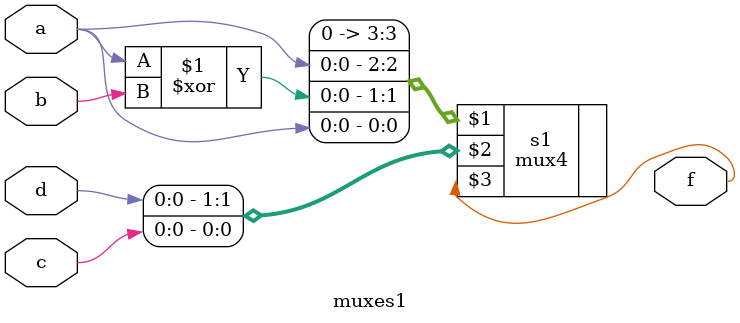
<source format=v>
module muxes1(a,b,c,d,f);
input a,b,c,d;
output f;
mux4 s1({1'b0,a,a^b,a},{d,c},f);
endmodule

</source>
